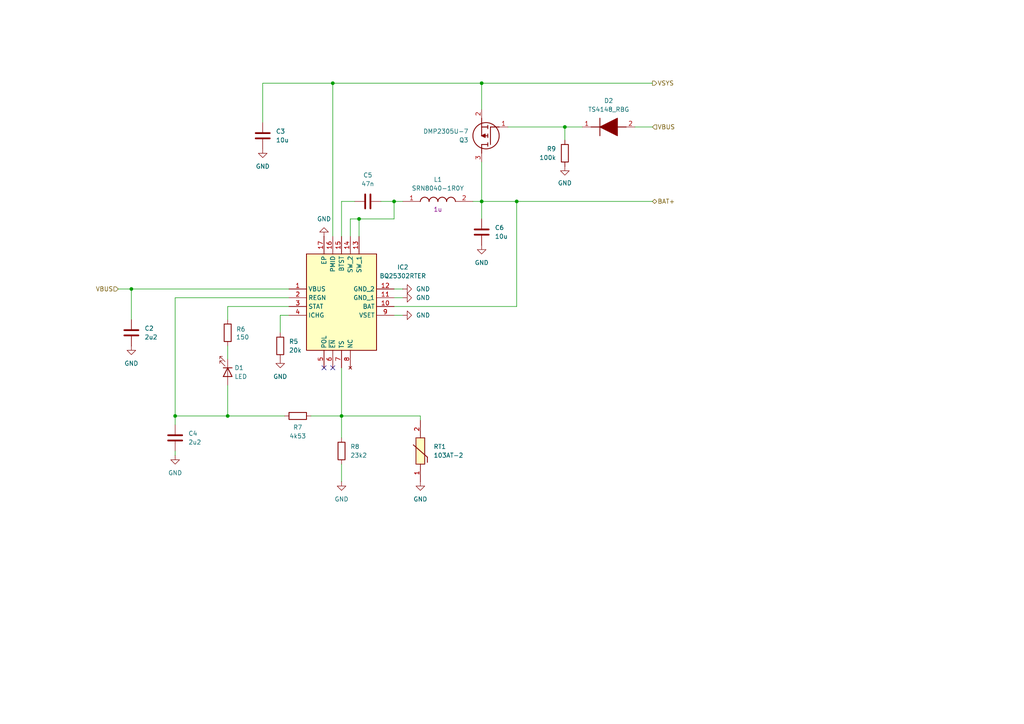
<source format=kicad_sch>
(kicad_sch (version 20231120) (generator "eeschema") (generator_version "8.0")
  (paper "A4")
  (lib_symbols
    (symbol "Device:C" (pin_numbers hide) (pin_names (offset 0.254))
      (property "Reference" "C" (at 0.635 2.54 0))
      (property "Value" "C" (at 0.635 -2.54 0))
      (symbol "C_0_1"
        (polyline (pts (xy -2.032 -0.762) (xy 2.032 -0.762)) (stroke (width 0.508)))
        (polyline (pts (xy -2.032 0.762) (xy 2.032 0.762)) (stroke (width 0.508)))
      )
      (symbol "C_1_1"
        (pin passive line (at 0 3.81 270) (length 2.794) (name "~") (number "1"))
        (pin passive line (at 0 -3.81 90) (length 2.794) (name "~") (number "2"))
      )
    )
    (symbol "Device:LED" (pin_numbers hide) (pin_names (offset 1.016) hide)
      (property "Reference" "D" (at 0 2.54 0))
      (property "Value" "LED" (at 0 -2.54 0))
      (symbol "LED_0_1"
        (polyline (pts (xy -1.27 -1.27) (xy -1.27 1.27)) (stroke (width 0.254)))
        (polyline (pts (xy -1.27 0) (xy 1.27 0)))
        (polyline (pts (xy 1.27 -1.27) (xy 1.27 1.27) (xy -1.27 0) (xy 1.27 -1.27)) (stroke (width 0.254)))
        (polyline (pts (xy -3.048 -0.762) (xy -4.572 -2.286) (xy -3.81 -2.286) (xy -4.572 -2.286) (xy -4.572 -1.524)))
        (polyline (pts (xy -1.778 -0.762) (xy -3.302 -2.286) (xy -2.54 -2.286) (xy -3.302 -2.286) (xy -3.302 -1.524)))
      )
      (symbol "LED_1_1"
        (pin passive line (at -3.81 0 0) (length 2.54) (name "K") (number "1"))
        (pin passive line (at 3.81 0 180) (length 2.54) (name "A") (number "2"))
      )
    )
    (symbol "Device:R" (pin_numbers hide) (pin_names (offset 0))
      (property "Reference" "R" (at 2.032 0 90))
      (property "Value" "R" (at 0 0 90))
      (symbol "R_0_1"
        (rectangle (start -1.016 -2.54) (end 1.016 2.54) (stroke (width 0.254)))
      )
      (symbol "R_1_1"
        (pin passive line (at 0 3.81 270) (length 1.27) (name "~") (number "1"))
        (pin passive line (at 0 -3.81 90) (length 1.27) (name "~") (number "2"))
      )
    )
    (symbol "SamacSys_Parts:103AT-2" (pin_names hide)
      (property "Reference" "RT" (at 13.97 6.35 0))
      (property "Value" "103AT-2" (at 13.97 3.81 0))
      (symbol "103AT-2_1_1"
        (polyline (pts (xy 5.588 -2.032) (xy 7.112 -2.032)) (stroke (width 0.254)))
        (polyline (pts (xy 10.668 2.032) (xy 7.112 -2.032)) (stroke (width 0.254)))
        (rectangle (start 5.08 1.27) (end 12.7 -1.27) (stroke (width 0.254)) (fill (type background)))
        (pin passive line (at 0 0 0) (length 5.08) (name "1") (number "1"))
        (pin passive line (at 17.78 0 180) (length 5.08) (name "2") (number "2"))
      )
    )
    (symbol "SamacSys_Parts:BQ25302RTER"
      (property "Reference" "IC" (at 26.67 15.24 0))
      (property "Value" "BQ25302RTER" (at 26.67 12.7 0))
      (symbol "BQ25302RTER_1_1"
        (rectangle (start 5.08 10.16) (end 25.4 -17.78) (stroke (width 0.254)) (fill (type background)))
        (pin passive line (at 0 0 0) (length 5.08) (name "VBUS") (number "1"))
        (pin passive line (at 30.48 -5.08 180) (length 5.08) (name "BAT") (number "10"))
        (pin passive line (at 30.48 -2.54 180) (length 5.08) (name "GND_1") (number "11"))
        (pin passive line (at 30.48 0 180) (length 5.08) (name "GND_2") (number "12"))
        (pin passive line (at 20.32 15.24 270) (length 5.08) (name "SW_1") (number "13"))
        (pin passive line (at 17.78 15.24 270) (length 5.08) (name "SW_2") (number "14"))
        (pin passive line (at 15.24 15.24 270) (length 5.08) (name "BTST") (number "15"))
        (pin passive line (at 12.7 15.24 270) (length 5.08) (name "PMID") (number "16"))
        (pin passive line (at 10.16 15.24 270) (length 5.08) (name "EP") (number "17"))
        (pin passive line (at 0 -2.54 0) (length 5.08) (name "REGN") (number "2"))
        (pin passive line (at 0 -5.08 0) (length 5.08) (name "STAT") (number "3"))
        (pin passive line (at 0 -7.62 0) (length 5.08) (name "ICHG") (number "4"))
        (pin passive line (at 10.16 -22.86 90) (length 5.08) (name "POL") (number "5"))
        (pin passive line (at 12.7 -22.86 90) (length 5.08) (name "~{EN}") (number "6"))
        (pin passive line (at 15.24 -22.86 90) (length 5.08) (name "TS") (number "7"))
        (pin no_connect line (at 17.78 -22.86 90) (length 5.08) (name "NC") (number "8"))
        (pin passive line (at 30.48 -7.62 180) (length 5.08) (name "VSET") (number "9"))
      )
    )
    (symbol "SamacSys_Parts:DMP2305U-7" (pin_names hide)
      (property "Reference" "Q" (at 11.43 3.81 0))
      (property "Value" "DMP2305U-7" (at 11.43 1.27 0))
      (symbol "DMP2305U-7_1_1"
        (polyline (pts (xy 2.54 0) (xy 5.08 0)) (stroke (width 0.254)))
        (polyline (pts (xy 5.08 5.08) (xy 5.08 0)) (stroke (width 0.254)))
        (polyline (pts (xy 5.842 -0.508) (xy 5.842 0.508)) (stroke (width 0.254)))
        (polyline (pts (xy 5.842 0) (xy 7.62 0)) (stroke (width 0.254)))
        (polyline (pts (xy 5.842 2.032) (xy 5.842 3.048)) (stroke (width 0.254)))
        (polyline (pts (xy 5.842 5.588) (xy 5.842 4.572)) (stroke (width 0.254)))
        (polyline (pts (xy 7.62 2.54) (xy 5.842 2.54)) (stroke (width 0.254)))
        (polyline (pts (xy 7.62 2.54) (xy 7.62 -2.54)) (stroke (width 0.254)))
        (polyline (pts (xy 7.62 5.08) (xy 5.842 5.08)) (stroke (width 0.254)))
        (polyline (pts (xy 7.62 5.08) (xy 7.62 7.62)) (stroke (width 0.254)))
        (polyline (pts (xy 7.62 2.54) (xy 6.604 3.048) (xy 6.604 2.032) (xy 7.62 2.54)) (stroke (width 0.254)) (fill (type outline)))
        (circle (center 6.35 2.54) (radius 3.81) (stroke (width 0.254)))
        (pin passive line (at 0 0 0) (length 2.54) (name "G") (number "1"))
        (pin passive line (at 7.62 -5.08 90) (length 2.54) (name "S") (number "2"))
        (pin passive line (at 7.62 10.16 270) (length 2.54) (name "D") (number "3"))
      )
    )
    (symbol "SamacSys_Parts:SRN8040-1R0Y" (pin_names hide)
      (property "Reference" "L" (at 16.51 6.35 0))
      (property "Value" "SRN8040-1R0Y" (at 16.51 3.81 0))
      (symbol "SRN8040-1R0Y_1_1"
        (arc (start 7.62 0) (mid 6.35 1.219) (end 5.08 0) (stroke (width 0.254)))
        (arc (start 10.16 0) (mid 8.89 1.219) (end 7.62 0) (stroke (width 0.254)))
        (arc (start 12.7 0) (mid 11.43 1.219) (end 10.16 0) (stroke (width 0.254)))
        (arc (start 15.24 0) (mid 13.97 1.219) (end 12.7 0) (stroke (width 0.254)))
        (pin passive line (at 0 0 0) (length 5.08) (name "1") (number "1"))
        (pin passive line (at 20.32 0 180) (length 5.08) (name "2") (number "2"))
      )
    )
    (symbol "SamacSys_Parts:TS4148_RBG" (pin_names hide)
      (property "Reference" "D" (at 11.43 5.08 0))
      (property "Value" "TS4148_RBG" (at 11.43 2.54 0))
      (symbol "TS4148_RBG_1_1"
        (polyline (pts (xy 2.54 0) (xy 5.08 0)) (stroke (width 0.254)))
        (polyline (pts (xy 5.08 2.54) (xy 5.08 -2.54)) (stroke (width 0.254)))
        (polyline (pts (xy 10.16 0) (xy 12.7 0)) (stroke (width 0.254)))
        (polyline (pts (xy 5.08 0) (xy 10.16 2.54) (xy 10.16 -2.54) (xy 5.08 0)) (stroke (width 0.254)) (fill (type outline)))
        (pin passive line (at 0 0 0) (length 2.54) (name "K") (number "1"))
        (pin passive line (at 15.24 0 180) (length 2.54) (name "A") (number "2"))
      )
    )
    (symbol "power:GND" (power) (pin_numbers hide) (pin_names (offset 0) hide)
      (property "Value" "GND" (at 0 -3.81 0))
      (symbol "GND_0_1"
        (polyline (pts (xy 0 0) (xy 0 -1.27) (xy 1.27 -1.27) (xy 0 -2.54) (xy -1.27 -1.27) (xy 0 -1.27)))
      )
      (symbol "GND_1_1"
        (pin power_in line (at 0 0 270) (length 0) (name "~") (number "1"))
      )
    )
  )
  (junction (at 50.8 120.65))
  (junction (at 139.7 24.13))
  (junction (at 96.52 24.13))
  (junction (at 163.83 36.83))
  (junction (at 38.1 83.82))
  (junction (at 66.04 120.65))
  (junction (at 149.86 58.42))
  (junction (at 99.06 120.65))
  (junction (at 139.7 58.42))
  (junction (at 114.3 58.42))
  (junction (at 104.14 63.5))
  (no_connect (at 96.52 106.68))
  (no_connect (at 93.98 106.68))
  (wire (pts (xy 114.3 83.82) (xy 116.84 83.82)))
  (wire (pts (xy 99.06 106.68) (xy 99.06 120.65)))
  (wire (pts (xy 38.1 83.82) (xy 38.1 92.71)))
  (wire (pts (xy 116.84 86.36) (xy 114.3 86.36)))
  (wire (pts (xy 50.8 86.36) (xy 50.8 120.65)))
  (wire (pts (xy 139.7 58.42) (xy 139.7 63.5)))
  (wire (pts (xy 110.49 58.42) (xy 114.3 58.42)))
  (wire (pts (xy 163.83 36.83) (xy 168.91 36.83)))
  (wire (pts (xy 99.06 58.42) (xy 102.87 58.42)))
  (wire (pts (xy 163.83 40.64) (xy 163.83 36.83)))
  (wire (pts (xy 116.84 58.42) (xy 114.3 58.42)))
  (wire (pts (xy 96.52 24.13) (xy 96.52 68.58)))
  (wire (pts (xy 189.23 36.83) (xy 184.15 36.83)))
  (wire (pts (xy 121.92 121.92) (xy 121.92 120.65)))
  (wire (pts (xy 139.7 58.42) (xy 149.86 58.42)))
  (wire (pts (xy 66.04 88.9) (xy 83.82 88.9)))
  (wire (pts (xy 139.7 24.13) (xy 139.7 31.75)))
  (wire (pts (xy 76.2 35.56) (xy 76.2 24.13)))
  (wire (pts (xy 101.6 68.58) (xy 101.6 63.5)))
  (wire (pts (xy 114.3 58.42) (xy 114.3 63.5)))
  (wire (pts (xy 101.6 63.5) (xy 104.14 63.5)))
  (wire (pts (xy 147.32 36.83) (xy 163.83 36.83)))
  (wire (pts (xy 139.7 46.99) (xy 139.7 58.42)))
  (wire (pts (xy 114.3 63.5) (xy 104.14 63.5)))
  (wire (pts (xy 50.8 132.08) (xy 50.8 130.81)))
  (wire (pts (xy 149.86 88.9) (xy 149.86 58.42)))
  (wire (pts (xy 38.1 83.82) (xy 83.82 83.82)))
  (wire (pts (xy 66.04 120.65) (xy 82.55 120.65)))
  (wire (pts (xy 149.86 58.42) (xy 189.23 58.42)))
  (wire (pts (xy 76.2 24.13) (xy 96.52 24.13)))
  (wire (pts (xy 139.7 58.42) (xy 137.16 58.42)))
  (wire (pts (xy 90.17 120.65) (xy 99.06 120.65)))
  (wire (pts (xy 104.14 63.5) (xy 104.14 68.58)))
  (wire (pts (xy 66.04 111.76) (xy 66.04 120.65)))
  (wire (pts (xy 81.28 91.44) (xy 83.82 91.44)))
  (wire (pts (xy 50.8 86.36) (xy 83.82 86.36)))
  (wire (pts (xy 81.28 96.52) (xy 81.28 91.44)))
  (wire (pts (xy 139.7 24.13) (xy 96.52 24.13)))
  (wire (pts (xy 50.8 120.65) (xy 50.8 123.19)))
  (wire (pts (xy 139.7 24.13) (xy 189.23 24.13)))
  (wire (pts (xy 121.92 120.65) (xy 99.06 120.65)))
  (wire (pts (xy 114.3 91.44) (xy 116.84 91.44)))
  (wire (pts (xy 66.04 92.71) (xy 66.04 88.9)))
  (wire (pts (xy 99.06 127) (xy 99.06 120.65)))
  (wire (pts (xy 34.29 83.82) (xy 38.1 83.82)))
  (wire (pts (xy 66.04 120.65) (xy 50.8 120.65)))
  (wire (pts (xy 99.06 68.58) (xy 99.06 58.42)))
  (wire (pts (xy 66.04 100.33) (xy 66.04 104.14)))
  (wire (pts (xy 114.3 88.9) (xy 149.86 88.9)))
  (wire (pts (xy 99.06 139.7) (xy 99.06 134.62)))
  (hierarchical_label "BAT+" (shape bidirectional) (at 189.23 58.42 0))
  (hierarchical_label "VSYS" (shape output) (at 189.23 24.13 0))
  (hierarchical_label "VBUS" (shape input) (at 34.29 83.82 180))
  (hierarchical_label "VBUS" (shape input) (at 189.23 36.83 0))
  (symbol (lib_id "Device:C") (at 38.1 96.52 0) (unit 1)
    (property "Reference" "C2" (at 41.91 95.2499 0) (effects (justify left)))
    (property "Value" "2u2" (at 41.91 97.7899 0) (effects (justify left)))
    (property "Footprint" "Capacitor_SMD:C_0805_2012Metric" (effects (hide yes)))
    (property "Description" "Unpolarized capacitor" (effects (hide yes)))
  )
  (symbol (lib_id "power:GND") (at 116.84 86.36 90) (unit 1)
    (property "Reference" "#PWR06" (effects (hide yes)))
    (property "Value" "GND" (at 120.65 86.3599 90) (effects (justify right)))
    (property "Description" "Power symbol creates a global label with name \"GND\" , ground" (effects (hide yes)))
  )
  (symbol (lib_id "SamacSys_Parts:103AT-2") (at 121.92 139.7 90) (unit 1)
    (property "Reference" "RT1" (at 125.73 129.5399 90) (effects (justify right)))
    (property "Value" "103AT-2" (at 125.73 132.0799 90) (effects (justify right)))
    (property "Footprint" "103AT2" (effects (hide yes)))
    (property "Datasheet" "https://www.semitec-global.com/uploads/2022/01/P12-13-AT-Thermistor.pdf" (effects (hide yes)))
    (property "Description" "NTC (Negative Temperature Coefficient) Thermistors 10kohm 1%" (effects (hide yes)))
    (property "Height" "9.5" (effects (hide yes)))
    (property "Manufacturer_Name" "Semitec" (effects (hide yes)))
    (property "Manufacturer_Part_Number" "103AT-2" (effects (hide yes)))
    (property "Mouser Part Number" "954-103AT-2" (effects (hide yes)))
    (property "Mouser Price/Stock" "https://www.mouser.co.uk/ProductDetail/Semitec/103AT-2?qs=wgO0AD0o1vvcDzsKguD%252Bew%3D%3D" (effects (hide yes)))
  )
  (symbol (lib_id "power:GND") (at 93.98 68.58 180) (unit 1)
    (property "Reference" "#PWR010" (effects (hide yes)))
    (property "Value" "GND" (at 93.98 63.5 0))
    (property "Description" "Power symbol creates a global label with name \"GND\" , ground" (effects (hide yes)))
  )
  (symbol (lib_id "SamacSys_Parts:DMP2305U-7") (at 147.32 36.83 180) (unit 1)
    (property "Reference" "Q3" (at 135.89 40.6401 0) (effects (justify left)))
    (property "Value" "DMP2305U-7" (at 135.89 38.1001 0) (effects (justify left)))
    (property "Footprint" "SOT96P240X115-3N" (effects (hide yes)))
    (property "Datasheet" "https://www.diodes.com//assets/Datasheets/DMP2305U.pdf" (effects (hide yes)))
    (property "Description" "MOSFET P-Channel 20V 4.2A SOT23 Diodes Inc DMP2305U-7 P-channel MOSFET Transistor, 4.2 A, -20 V, 3-Pin SOT-23" (effects (hide yes)))
    (property "Height" "1.15" (effects (hide yes)))
    (property "Manufacturer_Name" "Diodes Incorporated" (effects (hide yes)))
    (property "Manufacturer_Part_Number" "DMP2305U-7" (effects (hide yes)))
    (property "Mouser Part Number" "621-DMP2305U-7" (effects (hide yes)))
    (property "Mouser Price/Stock" "https://www.mouser.co.uk/ProductDetail/Diodes-Incorporated/DMP2305U-7?qs=oUsD4qhOtFyFQmlG8wLVjw%3D%3D" (effects (hide yes)))
    (property "Arrow Part Number" "DMP2305U-7" (effects (hide yes)))
    (property "Arrow Price/Stock" "https://www.arrow.com/en/products/dmp2305u-7/diodes-incorporated?region=nac" (effects (hide yes)))
  )
  (symbol (lib_id "Device:LED") (at 66.04 107.95 270) (unit 1)
    (property "Reference" "D1" (at 69.342 106.68 90))
    (property "Value" "LED" (at 69.85 109.22 90))
    (property "Footprint" "LED_SMD:LED_0805_2012Metric" (effects (hide yes)))
    (property "Description" "Light emitting diode" (effects (hide yes)))
  )
  (symbol (lib_id "power:GND") (at 116.84 83.82 90) (unit 1)
    (property "Reference" "#PWR07" (effects (hide yes)))
    (property "Value" "GND" (at 120.65 83.8199 90) (effects (justify right)))
    (property "Description" "Power symbol creates a global label with name \"GND\" , ground" (effects (hide yes)))
  )
  (symbol (lib_id "Device:C") (at 106.68 58.42 90) (unit 1)
    (property "Reference" "C5" (at 106.68 50.8 90))
    (property "Value" "47n" (at 106.68 53.34 90))
    (property "Footprint" "Capacitor_SMD:C_0805_2012Metric" (effects (hide yes)))
    (property "Description" "Unpolarized capacitor" (effects (hide yes)))
  )
  (symbol (lib_id "power:GND") (at 38.1 100.33 0) (unit 1)
    (property "Reference" "#PWR01" (effects (hide yes)))
    (property "Value" "GND" (at 38.1 105.41 0))
    (property "Description" "Power symbol creates a global label with name \"GND\" , ground" (effects (hide yes)))
  )
  (symbol (lib_id "Device:C") (at 139.7 67.31 0) (unit 1)
    (property "Reference" "C6" (at 143.51 66.0399 0) (effects (justify left)))
    (property "Value" "10u" (at 143.51 68.5799 0) (effects (justify left)))
    (property "Footprint" "Capacitor_SMD:C_0805_2012Metric" (effects (hide yes)))
    (property "Description" "Unpolarized capacitor" (effects (hide yes)))
  )
  (symbol (lib_id "Device:R") (at 66.04 96.52 0) (unit 1)
    (property "Reference" "R6" (at 69.85 95.504 0))
    (property "Value" "150" (at 70.358 97.79 0))
    (property "Footprint" "Resistor_SMD:R_0805_2012Metric" (effects (hide yes)))
    (property "Description" "Resistor" (effects (hide yes)))
  )
  (symbol (lib_id "power:GND") (at 50.8 132.08 0) (unit 1)
    (property "Reference" "#PWR03" (effects (hide yes)))
    (property "Value" "GND" (at 50.8 137.16 0))
    (property "Description" "Power symbol creates a global label with name \"GND\" , ground" (effects (hide yes)))
  )
  (symbol (lib_id "power:GND") (at 121.92 139.7 0) (unit 1)
    (property "Reference" "#PWR054" (effects (hide yes)))
    (property "Value" "GND" (at 121.92 144.78 0))
    (property "Description" "Power symbol creates a global label with name \"GND\" , ground" (effects (hide yes)))
  )
  (symbol (lib_id "SamacSys_Parts:TS4148_RBG") (at 168.91 36.83 0) (mirror x) (unit 1)
    (property "Reference" "D2" (at 176.53 29.21 0))
    (property "Value" "TS4148_RBG" (at 176.53 31.75 0))
    (property "Footprint" "DIOC2012X85N" (effects (hide yes)))
    (property "Datasheet" "https://www.mouser.com/datasheet/2/395/TS4148%20RZG%20E12-248814.pdf" (effects (hide yes)))
    (property "Description" "Diodes - General Purpose, Power, Switching 75V, 0.15A, Switching Diode & Array" (effects (hide yes)))
    (property "Height" "0.85" (effects (hide yes)))
    (property "Manufacturer_Name" "Taiwan Semiconductor" (effects (hide yes)))
    (property "Manufacturer_Part_Number" "TS4148 RBG" (effects (hide yes)))
    (property "Mouser Part Number" "821-TS4148RBG" (effects (hide yes)))
    (property "Mouser Price/Stock" "https://www.mouser.co.uk/ProductDetail/Taiwan-Semiconductor/TS4148-RBG?qs=5aG0NVq1C4zjFQ%2F0tPTeiA%3D%3D" (effects (hide yes)))
    (property "Arrow Part Number" "TS4148 RBG" (effects (hide yes)))
    (property "Arrow Price/Stock" "https://www.arrow.com/en/products/ts4148-rbg/taiwan-semiconductor?region=nac" (effects (hide yes)))
  )
  (symbol (lib_id "Device:R") (at 81.28 100.33 0) (unit 1)
    (property "Reference" "R5" (at 83.82 99.0599 0) (effects (justify left)))
    (property "Value" "20k" (at 83.82 101.5999 0) (effects (justify left)))
    (property "Footprint" "Resistor_SMD:R_0805_2012Metric" (effects (hide yes)))
    (property "Description" "Resistor" (effects (hide yes)))
  )
  (symbol (lib_id "power:GND") (at 163.83 48.26 0) (mirror y) (unit 1)
    (property "Reference" "#PWR011" (effects (hide yes)))
    (property "Value" "GND" (at 163.83 53.086 0))
    (property "Description" "Power symbol creates a global label with name \"GND\" , ground" (effects (hide yes)))
  )
  (symbol (lib_id "Device:C") (at 50.8 127 0) (unit 1)
    (property "Reference" "C4" (at 54.61 125.7299 0) (effects (justify left)))
    (property "Value" "2u2" (at 54.61 128.2699 0) (effects (justify left)))
    (property "Footprint" "Capacitor_SMD:C_0805_2012Metric" (effects (hide yes)))
    (property "Description" "Unpolarized capacitor" (effects (hide yes)))
  )
  (symbol (lib_id "power:GND") (at 81.28 104.14 0) (unit 1)
    (property "Reference" "#PWR04" (effects (hide yes)))
    (property "Value" "GND" (at 81.28 109.22 0))
    (property "Description" "Power symbol creates a global label with name \"GND\" , ground" (effects (hide yes)))
  )
  (symbol (lib_id "SamacSys_Parts:BQ25302RTER") (at 83.82 83.82 0) (unit 1)
    (property "Reference" "IC2" (at 116.84 77.5014 0))
    (property "Value" "BQ25302RTER" (at 116.84 80.0414 0))
    (property "Footprint" "QFN50P300X300X80-17N-D" (effects (hide yes)))
    (property "Datasheet" "https://www.ti.com/lit/gpn/bq25302?HQS=ti-null-null-sf-df-pf-sep-wwe&DCM=yes" (effects (hide yes)))
    (property "Description" "Battery Management Standalone single cell 2.0-A buck battery charger 16-WQFN -40 to 85" (effects (hide yes)))
    (property "Height" "0.8" (effects (hide yes)))
    (property "Manufacturer_Name" "Texas Instruments" (effects (hide yes)))
    (property "Manufacturer_Part_Number" "BQ25302RTER" (effects (hide yes)))
    (property "Mouser Part Number" "595-BQ25302RTER" (effects (hide yes)))
    (property "Mouser Price/Stock" "https://www.mouser.co.uk/ProductDetail/Texas-Instruments/BQ25302RTER?qs=T94vaHKWudT5T0v43I60Mg%3D%3D" (effects (hide yes)))
    (property "Arrow Part Number" "BQ25302RTER" (effects (hide yes)))
    (property "Arrow Price/Stock" "null?region=nac" (effects (hide yes)))
  )
  (symbol (lib_id "Device:C") (at 76.2 39.37 0) (unit 1)
    (property "Reference" "C3" (at 80.01 38.0999 0) (effects (justify left)))
    (property "Value" "10u" (at 80.01 40.6399 0) (effects (justify left)))
    (property "Footprint" "Capacitor_SMD:C_0805_2012Metric" (effects (hide yes)))
    (property "Description" "Unpolarized capacitor" (effects (hide yes)))
  )
  (symbol (lib_id "power:GND") (at 99.06 139.7 0) (unit 1)
    (property "Reference" "#PWR09" (effects (hide yes)))
    (property "Value" "GND" (at 99.06 144.78 0))
    (property "Description" "Power symbol creates a global label with name \"GND\" , ground" (effects (hide yes)))
  )
  (symbol (lib_id "Device:R") (at 99.06 130.81 0) (unit 1)
    (property "Reference" "R8" (at 101.6 129.5399 0) (effects (justify left)))
    (property "Value" "23k2" (at 101.6 132.0799 0) (effects (justify left)))
    (property "Footprint" "Resistor_SMD:R_0805_2012Metric" (effects (hide yes)))
    (property "Description" "Resistor" (effects (hide yes)))
  )
  (symbol (lib_id "power:GND") (at 116.84 91.44 90) (unit 1)
    (property "Reference" "#PWR05" (effects (hide yes)))
    (property "Value" "GND" (at 120.65 91.4399 90) (effects (justify right)))
    (property "Description" "Power symbol creates a global label with name \"GND\" , ground" (effects (hide yes)))
  )
  (symbol (lib_id "SamacSys_Parts:SRN8040-1R0Y") (at 116.84 58.42 0) (unit 1)
    (property "Reference" "L1" (at 127 52.07 0))
    (property "Value" "SRN8040-1R0Y" (at 127 54.61 0))
    (property "Footprint" "SRN80408R2Y" (effects (hide yes)))
    (property "Datasheet" "https://www.bourns.com/pdfs/SRN8040.pdf" (effects (hide yes)))
    (property "Description" "Bourns SRN8040 Series Type 8040 Shielded Wire-wound SMD Inductor with a Ferrite Core, 1 uH +/-30% Wire-Wound 7.8A Idc" (effects (hide yes)))
    (property "Height" "4" (effects (hide yes)))
    (property "Manufacturer_Name" "Bourns" (effects (hide yes)))
    (property "Manufacturer_Part_Number" "SRN8040-1R0Y" (effects (hide yes)))
    (property "Mouser Part Number" "652-SRN8040-1R0Y" (effects (hide yes)))
    (property "Mouser Price/Stock" "https://www.mouser.co.uk/ProductDetail/Bourns/SRN8040-1R0Y?qs=opBjA1TV900NDoqiSUhCuw%3D%3D" (effects (hide yes)))
    (property "Arrow Part Number" "SRN8040-1R0Y" (effects (hide yes)))
    (property "Arrow Price/Stock" "https://www.arrow.com/en/products/srn8040-1r0y/bourns?region=nac" (effects (hide yes)))
    (property "Inductance" "1u" (at 127 61.468 0) (effects (justify bottom)))
  )
  (symbol (lib_id "power:GND") (at 76.2 43.18 0) (unit 1)
    (property "Reference" "#PWR02" (effects (hide yes)))
    (property "Value" "GND" (at 76.2 48.26 0))
    (property "Description" "Power symbol creates a global label with name \"GND\" , ground" (effects (hide yes)))
  )
  (symbol (lib_id "Device:R") (at 163.83 44.45 0) (mirror y) (unit 1)
    (property "Reference" "R9" (at 161.29 43.1799 0) (effects (justify left)))
    (property "Value" "100k" (at 161.29 45.7199 0) (effects (justify left)))
    (property "Description" "Resistor" (effects (hide yes)))
  )
  (symbol (lib_id "power:GND") (at 139.7 71.12 0) (unit 1)
    (property "Reference" "#PWR08" (effects (hide yes)))
    (property "Value" "GND" (at 139.7 76.2 0))
    (property "Description" "Power symbol creates a global label with name \"GND\" , ground" (effects (hide yes)))
  )
  (symbol (lib_id "Device:R") (at 86.36 120.65 90) (unit 1)
    (property "Reference" "R7" (at 86.36 123.952 90))
    (property "Value" "4k53" (at 86.36 126.492 90))
    (property "Footprint" "Resistor_SMD:R_0805_2012Metric" (effects (hide yes)))
    (property "Description" "Resistor" (effects (hide yes)))
  )
)
</source>
